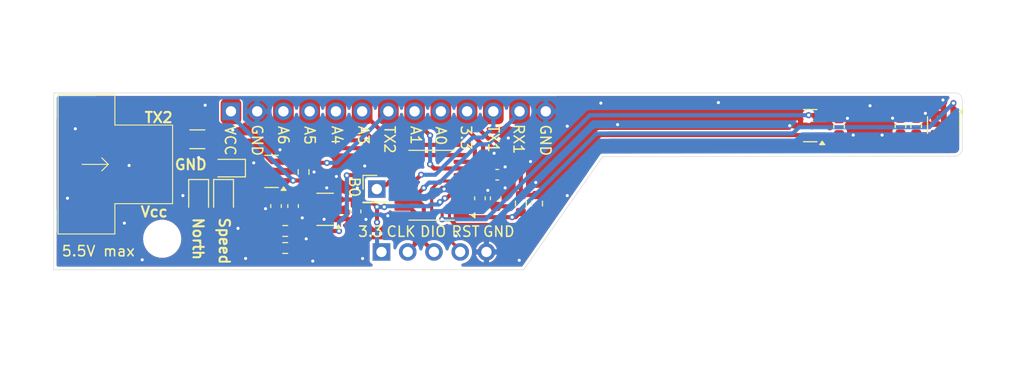
<source format=kicad_pcb>
(kicad_pcb (version 20221018) (generator pcbnew)
  (title_block (title "WindNerd Core - Sensor board for 3D printed anemometer") (date "2025-10-01") (rev "1") (comment 1 "Copyright (c) 2025 windnerd.net") (comment 2 "Licensed under CERN Open Hardware License V2 – Strongly Reciprocal (CERN-OHL-S)"))
  (layers (0 "F.Cu" signal) (31 "B.Cu" signal) (34 "B.Paste" user) (35 "F.Paste" user) (36 "B.SilkS" user "B.Silkscreen") (37 "F.SilkS" user "F.Silkscreen") (38 "B.Mask" user) (39 "F.Mask" user) (44 "Edge.Cuts" user))
  (net 0 "")
  (net 1 "GND")
  (net 2 "+3.3V")
  (net 3 "VCC")
  (net 4 "LED_1")
  (net 5 "LED_2")
  (net 6 "SCL")
  (net 7 "SDA")
  (net 8 "Net-(D4-A)")
  (net 9 "Net-(D2-A)")
  (net 10 "SPEED")
  (net 11 "Net-(J1-Pin_1)")
  (net 12 "SWCLK{slash}BOOT0")
  (net 13 "PROG_TX")
  (net 14 "PROG_RX")
  (net 15 "A0")
  (net 16 "A1")
  (net 17 "A3")
  (net 18 "A4")
  (net 19 "A5")
  (net 20 "A6")
  (net 21 "RESET")
  (net 22 "SWDIO")
  (net 23 "Net-(D3-A)")
  (net 25 "TX2")
  (net 26 "Net-(J4-Pin_1)")
  (footprint "Resistor_SMD:R_0603_1608Metric" (layer "F.Cu") (at 122.335206 99.505706 180)
    (fp_text reference "R4" hide)
    (fp_text value "10K")
    (pad "1" smd roundrect (at -0.825 0 180) (size 0.8 0.95) (layers "F.Cu" "F.Paste" "F.Mask") (net 5 "LED_2"))
    (pad "2" smd roundrect (at 0.825 0 180) (size 0.8 0.95) (layers "F.Cu" "F.Paste" "F.Mask") (net 8 "Net-(D4-A)"))
  )
  (footprint "Connector_PinHeader_2.54mm:PinHeader_1x13_P2.54mm_Vertical" (layer "F.Cu") (at 117.082906 87.908106 90)
    (fp_text reference "J2" hide)
    (fp_text value "Conn_01x13_Pin")
    (pad "1" thru_hole rect (at 0 0 90) (size 1.7 1.7) (drill 1) (layers "*.Cu" "*.Mask") (net 3 "VCC"))
    (pad "1" smd roundrect (at 0 0 90) (size 2.5 2) (layers "F.Cu" "F.Paste" "F.Mask") (net 3 "VCC"))
    (pad "2" thru_hole oval (at 0 2.54 90) (size 1.7 1.7) (drill 1) (layers "*.Cu" "*.Mask") (net 1 "GND"))
    (pad "2" smd roundrect (at 0 2.54 90) (size 2.5 2) (layers "F.Cu" "F.Paste" "F.Mask") (net 1 "GND"))
    (pad "3" thru_hole oval (at 0 5.08 90) (size 1.7 1.7) (drill 1) (layers "*.Cu" "*.Mask") (net 20 "A6"))
    (pad "3" smd roundrect (at 0 5.08 90) (size 2.5 2) (layers "F.Cu" "F.Paste" "F.Mask") (net 20 "A6"))
    (pad "4" thru_hole oval (at 0 7.62 90) (size 1.7 1.7) (drill 1) (layers "*.Cu" "*.Mask") (net 19 "A5"))
    (pad "4" smd roundrect (at 0 7.62 90) (size 2.5 2) (layers "F.Cu" "F.Paste" "F.Mask") (net 19 "A5"))
    (pad "5" thru_hole oval (at 0 10.16 90) (size 1.7 1.7) (drill 1) (layers "*.Cu" "*.Mask") (net 18 "A4"))
    (pad "5" smd roundrect (at 0 10.16 90) (size 2.5 2) (layers "F.Cu" "F.Paste" "F.Mask") (net 18 "A4"))
    (pad "6" thru_hole oval (at 0 12.7 90) (size 1.7 1.7) (drill 1) (layers "*.Cu" "*.Mask") (net 17 "A3"))
    (pad "6" smd roundrect (at 0 12.7 90) (size 2.5 2) (layers "F.Cu" "F.Paste" "F.Mask") (net 17 "A3"))
    (pad "7" thru_hole oval (at 0 15.24 90) (size 1.7 1.7) (drill 1) (layers "*.Cu" "*.Mask") (net 25 "TX2"))
    (pad "7" smd roundrect (at 0 15.24 90) (size 2.5 2) (layers "F.Cu" "F.Paste" "F.Mask") (net 25 "TX2"))
    (pad "8" thru_hole oval (at 0 17.78 90) (size 1.7 1.7) (drill 1) (layers "*.Cu" "*.Mask") (net 16 "A1"))
    (pad "8" smd roundrect (at 0 17.78 90) (size 2.5 2) (layers "F.Cu" "F.Paste" "F.Mask") (net 16 "A1"))
    (pad "9" thru_hole oval (at 0 20.32 90) (size 1.7 1.7) (drill 1) (layers "*.Cu" "*.Mask") (net 15 "A0"))
    (pad "9" smd roundrect (at 0 20.32 90) (size 2.5 2) (layers "F.Cu" "F.Paste" "F.Mask") (net 15 "A0"))
    (pad "10" thru_hole oval (at 0 22.86 90) (size 1.7 1.7) (drill 1) (layers "*.Cu" "*.Mask") (net 2 "+3.3V"))
    (pad "10" smd roundrect (at 0 22.86 90) (size 2.5 2) (layers "F.Cu" "F.Paste" "F.Mask") (net 2 "+3.3V"))
    (pad "11" thru_hole oval (at 0 25.4 90) (size 1.7 1.7) (drill 1) (layers "*.Cu" "*.Mask") (net 13 "PROG_TX"))
    (pad "11" smd roundrect (at 0 25.4 90) (size 2.5 2) (layers "F.Cu" "F.Paste" "F.Mask") (net 13 "PROG_TX"))
    (pad "12" thru_hole oval (at 0 27.94 90) (size 1.7 1.7) (drill 1) (layers "*.Cu" "*.Mask") (net 14 "PROG_RX"))
    (pad "12" smd roundrect (at 0 27.94 90) (size 2.5 2) (layers "F.Cu" "F.Paste" "F.Mask") (net 14 "PROG_RX"))
    (pad "13" thru_hole oval (at 0 30.48 90) (size 1.7 1.7) (drill 1) (layers "*.Cu" "*.Mask") (net 1 "GND"))
    (pad "13" smd roundrect (at 0 30.48 90) (size 2.5 2) (layers "F.Cu" "F.Paste" "F.Mask") (net 1 "GND"))
  )
  (footprint "Capacitor_SMD:C_0603_1608Metric" (layer "F.Cu") (at 121.446206 97.092706 90)
    (fp_text reference "C1" hide)
    (fp_text value "100nF")
    (pad "1" smd roundrect (at -0.775 0 90) (size 0.9 0.95) (layers "F.Cu" "F.Paste" "F.Mask") (net 1 "GND"))
    (pad "2" smd roundrect (at 0.775 0 90) (size 0.9 0.95) (layers "F.Cu" "F.Paste" "F.Mask") (net 3 "VCC"))
  )
  (footprint "Capacitor_SMD:C_0603_1608Metric" (layer "F.Cu") (at 181.898206 89.345706 -90)
    (fp_text reference "C7" hide)
    (fp_text value "100nF")
    (pad "1" smd roundrect (at -0.775 0 270) (size 0.9 0.95) (layers "F.Cu" "F.Paste" "F.Mask") (net 1 "GND"))
    (pad "2" smd roundrect (at 0.775 0 270) (size 0.9 0.95) (layers "F.Cu" "F.Paste" "F.Mask") (net 2 "+3.3V"))
  )
  (footprint "Connector_PinHeader_2.54mm:PinHeader_1x05_P2.54mm_Vertical" (layer "F.Cu") (at 131.657006 101.537706)
    (fp_text reference "J3" hide)
    (fp_text value "Conn_01x05_Pin")
    (pad "1" thru_hole rect (at 0 0 90) (size 1.7 1.7) (drill 1) (layers "*.Cu" "*.Mask") (net 2 "+3.3V"))
    (pad "2" thru_hole oval (at 2.54 0 90) (size 1.7 1.7) (drill 1) (layers "*.Cu" "*.Mask") (net 12 "SWCLK{slash}BOOT0"))
    (pad "3" thru_hole oval (at 5.08 0 90) (size 1.7 1.7) (drill 1) (layers "*.Cu" "*.Mask") (net 22 "SWDIO"))
    (pad "4" thru_hole oval (at 7.62 0 90) (size 1.7 1.7) (drill 1) (layers "*.Cu" "*.Mask") (net 21 "RESET"))
    (pad "5" thru_hole oval (at 10.16 0 90) (size 1.7 1.7) (drill 1) (layers "*.Cu" "*.Mask") (net 1 "GND"))
  )
  (footprint "Resistor_SMD:R_0603_1608Metric" (layer "F.Cu") (at 146.719206 96.848906 -90)
    (fp_text reference "R6" hide)
    (fp_text value "2K")
    (pad "1" smd roundrect (at -0.825 0 270) (size 0.8 0.95) (layers "F.Cu" "F.Paste" "F.Mask") (net 2 "+3.3V"))
    (pad "2" smd roundrect (at 0.825 0 270) (size 0.8 0.95) (layers "F.Cu" "F.Paste" "F.Mask") (net 7 "SDA"))
  )
  (footprint "Capacitor_SMD:C_0603_1608Metric" (layer "F.Cu") (at 142.711506 96.340906 -90)
    (fp_text reference "C4" hide)
    (fp_text value "100nF")
    (pad "1" smd roundrect (at -0.775 0 270) (size 0.9 0.95) (layers "F.Cu" "F.Paste" "F.Mask") (net 1 "GND"))
    (pad "2" smd roundrect (at 0.775 0 270) (size 0.9 0.95) (layers "F.Cu" "F.Paste" "F.Mask") (net 2 "+3.3V"))
  )
  (footprint "Capacitor_SMD:C_0603_1608Metric" (layer "F.Cu") (at 142.863906 94.054906 180)
    (fp_text reference "C9" hide)
    (fp_text value "100nF")
    (pad "1" smd roundrect (at -0.775 0 180) (size 0.9 0.95) (layers "F.Cu" "F.Paste" "F.Mask") (net 1 "GND"))
    (pad "2" smd roundrect (at 0.775 0 180) (size 0.9 0.95) (layers "F.Cu" "F.Paste" "F.Mask") (net 21 "RESET"))
  )
  (footprint "Diode_SMD:D_SOD-323" (layer "F.Cu") (at 116.874206 93.409706 180)
    (fp_text reference "D2" hide)
    (fp_text value "1N5819WS")
    (pad "1" smd roundrect (at -1.05 0 180) (size 0.6 0.45) (layers "F.Cu" "F.Paste" "F.Mask") (net 3 "VCC"))
    (pad "2" smd roundrect (at 1.05 0 180) (size 0.6 0.45) (layers "F.Cu" "F.Paste" "F.Mask") (net 9 "Net-(D2-A)"))
  )
  (footprint "Resistor_SMD:R_1206_3216Metric" (layer "F.Cu") (at 113.826206 90.615706 180)
    (fp_text reference "R1" hide)
    (fp_text value "180")
    (pad "1" smd roundrect (at -1.4625 0 180) (size 1.125 1.75) (layers "F.Cu" "F.Paste" "F.Mask") (roundrect_rratio 0.2222222222) (net 25 "TX2"))
    (pad "2" smd roundrect (at 1.4625 0 180) (size 1.125 1.75) (layers "F.Cu" "F.Paste" "F.Mask") (roundrect_rratio 0.2222222222) (net 11 "Net-(J1-Pin_1)"))
  )
  (footprint "Package_SO:TSSOP-20_4.4x6.5mm_P0.65mm" (layer "F.Cu") (at 136.513906 95.070906 180)
    (fp_text reference "U2" hide)
    (fp_text value "STM32G031F8Px")
    (pad "1" smd roundrect (at -2.8625 -2.925 180) (size 1.475 0.4) (layers "F.Cu" "F.Paste" "F.Mask") (net 6 "SCL"))
    (pad "2" smd roundrect (at -2.8625 -2.275 180) (size 1.475 0.4) (layers "F.Cu" "F.Paste" "F.Mask") (net 7 "SDA"))
    (pad "3" smd roundrect (at -2.8625 -1.625 180) (size 1.475 0.4) (layers "F.Cu" "F.Paste" "F.Mask") (net 10 "SPEED"))
    (pad "4" smd roundrect (at -2.8625 -0.975 180) (size 1.475 0.4) (layers "F.Cu" "F.Paste" "F.Mask") (net 2 "+3.3V"))
    (pad "5" smd roundrect (at -2.8625 -0.325 180) (size 1.475 0.4) (layers "F.Cu" "F.Paste" "F.Mask") (net 1 "GND"))
    (pad "6" smd roundrect (at -2.8625 0.325 180) (size 1.475 0.4) (layers "F.Cu" "F.Paste" "F.Mask") (net 21 "RESET"))
    (pad "7" smd roundrect (at -2.8625 0.975 180) (size 1.475 0.4) (layers "F.Cu" "F.Paste" "F.Mask") (net 15 "A0"))
    (pad "8" smd roundrect (at -2.8625 1.625 180) (size 1.475 0.4) (layers "F.Cu" "F.Paste" "F.Mask") (net 16 "A1"))
    (pad "9" smd roundrect (at -2.8625 2.275 180) (size 1.475 0.4) (layers "F.Cu" "F.Paste" "F.Mask") (net 25 "TX2"))
    (pad "10" smd roundrect (at -2.8625 2.925 180) (size 1.475 0.4) (layers "F.Cu" "F.Paste" "F.Mask") (net 17 "A3"))
    (pad "11" smd roundrect (at 2.8625 2.925 180) (size 1.475 0.4) (layers "F.Cu" "F.Paste" "F.Mask") (net 18 "A4"))
    (pad "12" smd roundrect (at 2.8625 2.275 180) (size 1.475 0.4) (layers "F.Cu" "F.Paste" "F.Mask") (net 19 "A5"))
    (pad "13" smd roundrect (at 2.8625 1.625 180) (size 1.475 0.4) (layers "F.Cu" "F.Paste" "F.Mask") (net 20 "A6"))
    (pad "14" smd roundrect (at 2.8625 0.975 180) (size 1.475 0.4) (layers "F.Cu" "F.Paste" "F.Mask") (net 5 "LED_2"))
    (pad "15" smd roundrect (at 2.8625 0.325 180) (size 1.475 0.4) (layers "F.Cu" "F.Paste" "F.Mask") (net 26 "Net-(J4-Pin_1)"))
    (pad "16" smd roundrect (at 2.8625 -0.325 180) (size 1.475 0.4) (layers "F.Cu" "F.Paste" "F.Mask") (net 13 "PROG_TX"))
    (pad "17" smd roundrect (at 2.8625 -0.975 180) (size 1.475 0.4) (layers "F.Cu" "F.Paste" "F.Mask") (net 14 "PROG_RX"))
    (pad "18" smd roundrect (at 2.8625 -1.625 180) (size 1.475 0.4) (layers "F.Cu" "F.Paste" "F.Mask") (net 22 "SWDIO"))
    (pad "19" smd roundrect (at 2.8625 -2.275 180) (size 1.475 0.4) (layers "F.Cu" "F.Paste" "F.Mask") (net 12 "SWCLK{slash}BOOT0"))
    (pad "20" smd roundrect (at 2.8625 -2.925 180) (size 1.475 0.4) (layers "F.Cu" "F.Paste" "F.Mask") (net 4 "LED_1"))
  )
  (footprint "LED_SMD:LED_0805_2012Metric" (layer "F.Cu") (at 116.366206 96.203706 -90)
    (fp_text reference "D4" hide)
    (fp_text value "GREEN-0805")
    (pad "1" smd roundrect (at -0.9375 0 270) (size 0.975 1.4) (layers "F.Cu" "F.Paste" "F.Mask") (net 1 "GND"))
    (pad "2" smd roundrect (at 0.9375 0 270) (size 0.975 1.4) (layers "F.Cu" "F.Paste" "F.Mask") (net 8 "Net-(D4-A)"))
  )
  (footprint "Package_TO_SOT_SMD:SOT-23-3" (layer "F.Cu") (at 126.201506 97.407706 180)
    (fp_text reference "U1" hide)
    (fp_text value "XC6206P332MR")
    (pad "1" smd roundrect (at -1.1375 -0.95 180) (size 1.325 0.6) (layers "F.Cu" "F.Paste" "F.Mask") (net 1 "GND"))
    (pad "2" smd roundrect (at -1.1375 0.95 180) (size 1.325 0.6) (layers "F.Cu" "F.Paste" "F.Mask") (net 2 "+3.3V"))
    (pad "3" smd roundrect (at 1.1375 0 180) (size 1.325 0.6) (layers "F.Cu" "F.Paste" "F.Mask") (net 3 "VCC"))
  )
  (footprint "Package_TO_SOT_SMD:SOT-23-6" (layer "F.Cu") (at 186.079006 89.244106 -90)
    (fp_text reference "U3" hide)
    (fp_text value "TMAG5273A1QDBVR")
    (pad "1" smd roundrect (at -1.1375 -0.95 270) (size 1.325 0.6) (layers "F.Cu" "F.Paste" "F.Mask") (net 6 "SCL"))
    (pad "2" smd roundrect (at -1.1375 0 270) (size 1.325 0.6) (layers "F.Cu" "F.Paste" "F.Mask") (net 1 "GND"))
    (pad "3" smd roundrect (at -1.1375 0.95 270) (size 1.325 0.6) (layers "F.Cu" "F.Paste" "F.Mask") (net 1 "GND"))
    (pad "4" smd roundrect (at 1.1375 0.95 270) (size 1.325 0.6) (layers "F.Cu" "F.Paste" "F.Mask") (net 2 "+3.3V"))
    (pad "5" smd roundrect (at 1.1375 0 270) (size 1.325 0.6) (layers "F.Cu" "F.Paste" "F.Mask"))
    (pad "6" smd roundrect (at 1.1375 -0.95 270) (size 1.325 0.6) (layers "F.Cu" "F.Paste" "F.Mask") (net 7 "SDA"))
  )
  (footprint "Package_TO_SOT_SMD:SOT-23" (layer "F.Cu") (at 173.160606 89.294906 180)
    (fp_text reference "U4" hide)
    (fp_text value "TMR1208S")
    (pad "1" smd roundrect (at -0.9375 -0.95 180) (size 1.475 0.6) (layers "F.Cu" "F.Paste" "F.Mask") (net 2 "+3.3V"))
    (pad "2" smd roundrect (at -0.9375 0.95 180) (size 1.475 0.6) (layers "F.Cu" "F.Paste" "F.Mask") (net 10 "SPEED"))
    (pad "3" smd roundrect (at 0.9375 0 180) (size 1.475 0.6) (layers "F.Cu" "F.Paste" "F.Mask") (net 1 "GND"))
  )
  (footprint "XH-connectors:ZX-XH2.54-3" (layer "F.Cu") (at 105.842206 93.047706 -90)
    (fp_text reference "J1" hide)
    (fp_text value "XH2.54-3P SMD")
    (pad "" smd roundrect (at -5.48 3.7 270) (size 1.5 3.5) (layers "F.Cu" "F.Paste" "F.Mask"))
    (pad "" smd roundrect (at 5.48 3.7 270) (size 1.5 3.5) (layers "F.Cu" "F.Paste" "F.Mask"))
    (pad "1" smd roundrect (at -2.5 -3.7 270) (size 1.5 3.5) (layers "F.Cu" "F.Paste" "F.Mask") (net 11 "Net-(J1-Pin_1)"))
    (pad "2" smd roundrect (at 0 -3.7 270) (size 1.5 3.5) (layers "F.Cu" "F.Paste" "F.Mask") (net 1 "GND"))
    (pad "3" smd roundrect (at 2.5 -3.7 270) (size 1.5 3.5) (layers "F.Cu" "F.Paste" "F.Mask") (net 9 "Net-(D2-A)"))
  )
  (footprint "Capacitor_SMD:C_0603_1608Metric" (layer "F.Cu") (at 129.147906 97.610906 -90)
    (fp_text reference "C3" hide)
    (fp_text value "4.7uF 16V")
    (pad "1" smd roundrect (at -0.775 0 270) (size 0.9 0.95) (layers "F.Cu" "F.Paste" "F.Mask") (net 2 "+3.3V"))
    (pad "2" smd roundrect (at 0.775 0 270) (size 0.9 0.95) (layers "F.Cu" "F.Paste" "F.Mask") (net 1 "GND"))
  )
  (footprint "Package_TO_SOT_SMD:SOT-23" (layer "F.Cu") (at 121.016706 93.729706 180)
    (fp_text reference "D1" hide)
    (fp_text value "SP0502BAHT")
    (pad "1" smd roundrect (at -0.9375 -0.95 180) (size 1.475 0.6) (layers "F.Cu" "F.Paste" "F.Mask") (net 3 "VCC"))
    (pad "2" smd roundrect (at -0.9375 0.95 180) (size 1.475 0.6) (layers "F.Cu" "F.Paste" "F.Mask") (net 25 "TX2"))
    (pad "3" smd roundrect (at 0.9375 0 180) (size 1.475 0.6) (layers "F.Cu" "F.Paste" "F.Mask") (net 1 "GND"))
  )
  (footprint "Capacitor_SMD:C_0603_1608Metric" (layer "F.Cu") (at 175.954606 89.396506 -90)
    (fp_text reference "C8" hide)
    (fp_text value "100nF")
    (pad "1" smd roundrect (at -0.775 0 270) (size 0.9 0.95) (layers "F.Cu" "F.Paste" "F.Mask") (net 1 "GND"))
    (pad "2" smd roundrect (at 0.775 0 270) (size 0.9 0.95) (layers "F.Cu" "F.Paste" "F.Mask") (net 2 "+3.3V"))
  )
  (footprint "LED_SMD:LED_0805_2012Metric" (layer "F.Cu") (at 113.953206 96.203706 -90)
    (fp_text reference "D3" hide)
    (fp_text value "GREEN-0805")
    (pad "1" smd roundrect (at -0.9375 0 270) (size 0.975 1.4) (layers "F.Cu" "F.Paste" "F.Mask") (net 1 "GND"))
    (pad "2" smd roundrect (at 0.9375 0 270) (size 0.975 1.4) (layers "F.Cu" "F.Paste" "F.Mask") (net 23 "Net-(D3-A)"))
  )
  (footprint "Connector_PinHeader_2.54mm:PinHeader_1x01_P2.54mm_Vertical" (layer "F.Cu") (at 131.199806 95.441706)
    (fp_text reference "J4" hide)
    (fp_text value "Conn_01x01_Pin")
    (pad "1" thru_hole rect (at 0 0) (size 1.7 1.7) (drill 1) (layers "*.Cu" "*.Mask") (net 26 "Net-(J4-Pin_1)"))
  )
  (footprint "Resistor_SMD:R_0603_1608Metric" (layer "F.Cu") (at 124.113206 93.790706 90)
    (fp_text reference "R2" hide)
    (fp_text value "10K")
    (pad "1" smd roundrect (at -0.825 0 90) (size 0.8 0.95) (layers "F.Cu" "F.Paste" "F.Mask") (net 3 "VCC"))
    (pad "2" smd roundrect (at 0.825 0 90) (size 0.8 0.95) (layers "F.Cu" "F.Paste" "F.Mask") (net 25 "TX2"))
  )
  (footprint "Resistor_SMD:R_0603_1608Metric" (layer "F.Cu") (at 122.335206 101.156706 180)
    (fp_text reference "R3" hide)
    (fp_text value "10K")
    (pad "1" smd roundrect (at -0.825 0 180) (size 0.8 0.95) (layers "F.Cu" "F.Paste" "F.Mask") (net 4 "LED_1"))
    (pad "2" smd roundrect (at 0.825 0 180) (size 0.8 0.95) (layers "F.Cu" "F.Paste" "F.Mask") (net 23 "Net-(D3-A)"))
  )
  (footprint "Resistor_SMD:R_0603_1608Metric" (layer "F.Cu") (at 145.149906 96.848906 -90)
    (fp_text reference "R5" hide)
    (fp_text value "2K")
    (pad "1" smd roundrect (at -0.825 0 270) (size 0.8 0.95) (layers "F.Cu" "F.Paste" "F.Mask") (net 2 "+3.3V"))
    (pad "2" smd roundrect (at 0.825 0 270) (size 0.8 0.95) (layers "F.Cu" "F.Paste" "F.Mask") (net 6 "SCL"))
  )
  (footprint "MountingHole:MountingHole_3.2mm_M3" (layer "F.Cu") (at 110.425206 100.261106)
    (fp_text reference "REF**" hide)
    (fp_text value "MountingHole_3.2mm_M3" hide)
    (pad "" np_thru_hole circle (at 0 0) (size 3.2 3.2) (drill 3.2) (layers "F&B.Cu" "*.Mask"))
  )
  (footprint "Capacitor_SMD:C_0603_1608Metric" (layer "F.Cu") (at 183.422206 89.345706 90)
    (fp_text reference "C6" hide)
    (fp_text value "1uF")
    (pad "1" smd roundrect (at -0.775 0 90) (size 0.9 0.95) (layers "F.Cu" "F.Paste" "F.Mask") (net 2 "+3.3V"))
    (pad "2" smd roundrect (at 0.775 0 90) (size 0.9 0.95) (layers "F.Cu" "F.Paste" "F.Mask") (net 1 "GND"))
  )
  (footprint "Capacitor_SMD:C_0603_1608Metric" (layer "F.Cu") (at 141.187506 96.340906 90)
    (fp_text reference "C5" hide)
    (fp_text value "4.7uF 16V")
    (pad "1" smd roundrect (at -0.775 0 90) (size 0.9 0.95) (layers "F.Cu" "F.Paste" "F.Mask") (net 2 "+3.3V"))
    (pad "2" smd roundrect (at 0.775 0 90) (size 0.9 0.95) (layers "F.Cu" "F.Paste" "F.Mask") (net 1 "GND"))
  )
  (footprint "Capacitor_SMD:C_0603_1608Metric" (layer "F.Cu") (at 123.097206 97.092706 -90)
    (fp_text reference "C2" hide)
    (fp_text value "4.7uF 16V")
    (pad "1" smd roundrect (at -0.775 0 270) (size 0.9 0.95) (layers "F.Cu" "F.Paste" "F.Mask") (net 3 "VCC"))
    (pad "2" smd roundrect (at 0.775 0 270) (size 0.9 0.95) (layers "F.Cu" "F.Paste" "F.Mask") (net 1 "GND"))
  )
  (gr_arc (start 187.889207 91.558506) (mid 187.634182 92.074192) (end 187.089207 92.258506) (stroke (width 0.05)) (layer "Edge.Cuts"))
  (gr_line (start 145.425206 103.261106) (end 153.061206 92.302906) (stroke (width 0.05)) (layer "Edge.Cuts"))
  (gr_line (start 99.925206 86.123506) (end 187.089207 86.123506) (stroke (width 0.05)) (layer "Edge.Cuts"))
  (gr_line (start 99.925206 86.123506) (end 99.925206 97.761106) (stroke (width 0.05)) (layer "Edge.Cuts"))
  (gr_line (start 187.089207 92.258506) (end 153.061206 92.302906) (stroke (width 0.05)) (layer "Edge.Cuts"))
  (gr_arc (start 187.089207 86.123506) (mid 187.620719 86.275321) (end 187.889207 86.758506) (stroke (width 0.05)) (layer "Edge.Cuts"))
  (gr_line (start 187.889207 86.758506) (end 187.889207 91.558506) (stroke (width 0.05)) (layer "Edge.Cuts"))
  (gr_line (start 99.907006 103.261106) (end 145.425206 103.261106) (stroke (width 0.05)) (layer "Edge.Cuts"))
  (gr_line (start 99.925206 97.761106) (end 99.907006 103.261106) (stroke (width 0.05)) (layer "Edge.Cuts"))
  (gr_text "5.5V max" (at 100.618206 102.045706) (layer "F.SilkS") (effects (font (size 1 1)) (justify left bottom)))
  (gr_text "TX2" (at 131.860206 89.218706 270) (layer "F.SilkS") (effects (font (size 1 1)) (justify left bottom)))
  (gr_text "B0" (at 128.456606 94.171706 270) (layer "F.SilkS") (effects (font (size 1 1)) (justify left bottom)))
  (gr_text "A0" (at 136.813206 89.279706 270) (layer "F.SilkS") (effects (font (size 1 1)) (justify left bottom)))
  (gr_text "North" (at 113.318206 98.108706 270) (layer "F.SilkS") (effects (font (size 1 1) (thickness 0.2) bold) (justify left bottom)))
  (gr_text "A6" (at 121.573206 89.228906 270) (layer "F.SilkS") (effects (font (size 1 1)) (justify left bottom)))
  (gr_text "TX2" (at 108.619206 89.091706) (layer "F.SilkS") (effects (font (size 1 1) (thickness 0.2) bold) (justify left bottom)))
  (gr_text "3.3" (at 139.257106 89.178106 270) (layer "F.SilkS") (effects (font (size 1 1)) (justify left bottom)))
  (gr_text "GND" (at 111.540206 93.663706) (layer "F.SilkS") (effects (font (size 1 1) (thickness 0.2) bold) (justify left bottom)))
  (gr_text "A4" (at 126.760306 89.218706 270) (layer "F.SilkS") (effects (font (size 1 1)) (justify left bottom)))
  (gr_text "3.3" (at 129.300306 100.150906) (layer "F.SilkS") (effects (font (size 1 1)) (justify left bottom)))
  (gr_text "RST" (at 138.342706 100.150906) (layer "F.SilkS") (effects (font (size 1 1)) (justify left bottom)))
  (gr_text "VCC" (at 116.417906 89.238106 270) (layer "F.SilkS") (effects (font (size 1 1)) (justify left bottom)))
  (gr_text "GND" (at 141.390706 100.150906) (layer "F.SilkS") (effects (font (size 1 1)) (justify left bottom)))
  (gr_text "GND" (at 146.947806 89.091706 270) (layer "F.SilkS") (effects (font (size 1 1)) (justify left bottom)))
  (gr_text "CLK" (at 132.043506 100.150906) (layer "F.SilkS") (effects (font (size 1 1)) (justify left bottom)))
  (gr_text "TX1" (at 141.918606 89.142506 270) (layer "F.SilkS") (effects (font (size 1 1)) (justify left bottom)))
  (gr_text "A1" (at 134.400206 89.228906 270) (layer "F.SilkS") (effects (font (size 1 1)) (justify left bottom)))
  (gr_text "A5" (at 124.118706 89.244106 270) (layer "F.SilkS") (effects (font (size 1 1)) (justify left bottom)))
  (gr_text "Speed" (at 115.858206 98.108706 270) (layer "F.SilkS") (effects (font (size 1 1) (thickness 0.2) bold) (justify left bottom)))
  (gr_text "DIO" (at 135.294706 100.150906) (layer "F.SilkS") (effects (font (size 1 1)) (justify left bottom)))
  (gr_text "A3" (at 129.320206 89.218706 270) (layer "F.SilkS") (effects (font (size 1 1)) (justify left bottom)))
  (gr_text "Vcc" (at 108.238206 98.235706) (layer "F.SilkS") (effects (font (size 1 1) (thickness 0.2) bold) (justify left bottom)))
  (gr_text "RX1" (at 144.357006 89.040906 270) (layer "F.SilkS") (effects (font (size 1 1)) (justify left bottom)))
  (gr_text "GND" (at 119.033206 89.091706 270) (layer "F.SilkS") (effects (font (size 1 1)) (justify left bottom)))
  (segment (start 120.430206 97.346706) (end 120.475656 97.346706) (width 0.5) (layer "F.Cu") (net 1))
  (segment (start 119.622906 87.908106) (end 119.622906 89.158106) (width 0.4) (layer "F.Cu") (net 1))
  (segment (start 184.362006 88.101106) (end 184.352489 88.110623) (width 0.3) (layer "F.Cu") (net 1))
  (segment (start 184.352489 88.110623) (end 185.139206 88.110623) (width 0.3) (layer "F.Cu") (net 1))
  (segment (start 109.542206 93.047706) (end 112.283206 93.047706) (width 0.4) (layer "F.Cu") (net 1))
  (segment (start 112.283206 93.047706) (end 112.937206 92.393706) (width 0.4) (layer "F.Cu") (net 1))
  (segment (start 176.754406 88.570706) (end 176.005406 88.570706) (width 0.4) (layer "F.Cu") (net 1))
  (segment (start 112.937206 92.393706) (end 113.953206 92.393706) (width 0.4) (layer "F.Cu") (net 1))
  (segment (start 143.384906 95.565906) (end 143.638906 95.311906) (width 0.4) (layer "F.Cu") (net 1))
  (segment (start 184.311206 88.101106) (end 184.362006 88.101106) (width 0.3) (layer "F.Cu") (net 1))
  (segment (start 172.223106 89.294906) (end 171.179406 89.294906) (width 0.4) (layer "F.Cu") (net 1))
  (segment (start 130.163906 98.372906) (end 130.150906 98.385906) (width 0.4) (layer "F.Cu") (net 1))
  (segment (start 119.287206 92.901706) (end 119.287206 92.937706) (width 0.4) (layer "F.Cu") (net 1))
  (segment (start 123.602406 98.372906) (end 123.849006 98.372906) (width 0.4) (layer "F.Cu") (net 1))
  (segment (start 143.638906 93.305906) (end 143.625906 93.292906) (width 0.4) (layer "F.Cu") (net 1))
  (segment (start 126.099906 98.372906) (end 127.323806 98.372906) (width 0.4) (layer "F.Cu") (net 1))
  (segment (start 119.622906 89.158106) (end 119.054306 89.726706) (width 0.4) (layer "F.Cu") (net 1))
  (segment (start 139.376406 95.395906) (end 140.915906 95.395906) (width 0.4) (layer "F.Cu") (net 1))
  (segment (start 185.139206 88.110623) (end 186.089207 88.110623) (width 0.3) (layer "F.Cu") (net 1))
  (segment (start 122.934506 97.867706) (end 123.153506 97.648706) (width 0.5) (layer "F.Cu") (net 1))
  (segment (start 123.849006 98.372906) (end 123.986206 98.235706) (width 0.4) (layer "F.Cu") (net 1))
  (segment (start 118.395156 95.266206) (end 120.430206 97.301256) (width 0.5) (layer "F.Cu") (net 1))
  (segment (start 129.147906 98.385906) (end 130.150906 98.385906) (width 0.4) (layer "F.Cu") (net 1))
  (segment (start 120.430206 97.301256) (end 120.430206 97.346706) (width 0.5) (layer "F.Cu") (net 1))
  (segment (start 123.986206 98.235706) (end 124.123406 98.372906) (width 0.4) (layer "F.Cu") (net 1))
  (segment (start 184.311206 88.151906) (end 184.311206 88.101106) (width 0.3) (layer "F.Cu") (net 1))
  (segment (start 176.005406 88.570706) (end 175.954606 88.621506) (width 0.4) (layer "F.Cu") (net 1))
  (segment (start 140.915906 95.395906) (end 141.085906 95.565906) (width 0.4) (layer "F.Cu") (net 1))
  (segment (start 120.475656 97.346706) (end 120.996656 97.867706) (width 0.5) (layer "F.Cu") (net 1))
  (segment (start 123.097206 97.867706) (end 123.602406 98.372906) (width 0.4) (layer "F.Cu") (net 1))
  (segment (start 176.780406 88.570706) (end 176.767406 88.583706) (width 0.4) (layer "F.Cu") (net 1))
  (segment (start 176.767406 88.583706) (end 176.754406 88.570706) (width 0.4) (layer "F.Cu") (net 1))
  (segment (start 181.136206 88.570706) (end 176.780406 88.570706) (width 0.4) (layer "F.Cu") (net 1))
  (segment (start 127.323806 98.372906) (end 127.339006 98.357706) (width 0.4) (layer "F.Cu") (net 1))
  (segment (start 141.085906 95.565906) (end 142.609906 95.565906) (width 0.4) (layer "F.Cu") (net 1))
  (segment (start 143.638906 94.054906) (end 143.638906 93.305906) (width 0.4) (layer "F.Cu") (net 1))
  (segment (start 137.719494 95.444959) (end 137.768547 95.395906) (width 0.4) (layer "F.Cu") (net 1))
  (segment (start 183.422206 88.570706) (end 183.841606 88.570706) (width 0.4) (layer "F.Cu") (net 1))
  (segment (start 129.119706 98.357706) (end 129.147906 98.385906) (width 0.4) (layer "F.Cu") (net 1))
  (segment (start 113.953206 92.393706) (end 118.779206 92.393706) (width 0.4) (layer "F.Cu") (net 1))
  (segment (start 137.719494 95.444959) (end 137.663853 95.444959) (width 0.4) (layer "F.Cu") (net 1))
  (segment (start 119.054306 89.726706) (end 117.255206 89.726706) (width 0.4) (layer "F.Cu") (net 1))
  (segment (start 142.609906 95.565906) (end 143.384906 95.565906) (width 0.4) (layer "F.Cu") (net 1))
  (segment (start 119.287206 92.937706) (end 120.079206 93.729706) (width 0.4) (layer "F.Cu") (net 1))
  (segment (start 113.953206 95.266206) (end 118.395156 95.266206) (width 0.5) (layer "F.Cu") (net 1))
  (segment (start 181.136206 88.570706) (end 181.898206 88.570706) (width 0.4) (layer "F.Cu") (net 1))
  (segment (start 137.768547 95.395906) (end 139.376406 95.395906) (width 0.4) (layer "F.Cu") (net 1))
  (segment (start 143.638906 95.311906) (end 143.638906 94.054906) (width 0.4) (layer "F.Cu") (net 1))
  (segment (start 183.422206 88.570706) (end 181.898206 88.570706) (width 0.4) (layer "F.Cu") (net 1))
  (segment (start 183.841606 88.570706) (end 184.311206 88.101106) (width 0.4) (layer "F.Cu") (net 1))
  (segment (start 118.779206 92.393706) (end 119.287206 92.901706) (width 0.4) (layer "F.Cu") (net 1))
  (segment (start 121.446206 97.867706) (end 123.097206 97.867706) (width 0.4) (layer "F.Cu") (net 1))
  (segment (start 127.367206 98.385906) (end 127.339006 98.357706) (width 0.4) (layer "F.Cu") (net 1))
  (segment (start 124.123406 98.372906) (end 126.099906 98.372906) (width 0.4) (layer "F.Cu") (net 1))
  (segment (start 127.339006 98.357706) (end 129.119706 98.357706) (width 0.4) (layer "F.Cu") (net 1))
  (via (at 126.353906 95.324906) (size 0.6) (drill 0.3) (layers "F.Cu" "B.Cu") (net 1))
  (via (at 119.287206 92.901706) (size 0.6) (drill 0.3) (layers "F.Cu" "B.Cu") (net 1))
  (via (at 121.827206 91.631706) (size 0.6) (drill 0.3) (layers "F.Cu" "B.Cu") (net 1))
  (via (at 117.255206 89.726706) (size 0.6) (drill 0.3) (layers "F.Cu" "B.Cu") (net 1))
  (via (at 126.099906 98.372906) (size 0.6) (drill 0.3) (layers "F.Cu" "B.Cu") (net 1))
  (via (at 164.270606 87.059706) (size 0.6) (drill 0.3) (layers "F.Cu" "B.Cu") (net 1))
  (via (at 125.129206 93.790706) (size 0.6) (drill 0.3) (layers "F.Cu" "B.Cu") (net 1))
  (via (at 107.222206 93.155706) (size 0.6) (drill 0.3) (layers "F.Cu" "B.Cu") (net 1))
  (via (at 130.150906 98.385906) (size 0.6) (drill 0.3) (layers "F.Cu" "B.Cu") (net 1))
  (via (at 143.930706 90.498906) (size 0.6) (drill 0.3) (layers "F.Cu" "B.Cu") (net 1))
  (via (at 129.320206 95.340106) (size 0.6) (drill 0.3) (layers "F.Cu" "B.Cu") (net 1))
  (via (at 144.992006 102.350506) (size 0.6) (drill 0.3) (layers "F.Cu" "B.Cu") (net 1))
  (via (at 125.002206 102.426706) (size 0.6) (drill 0.3) (layers "F.Cu" "B.Cu") (net 1))
  (via (at 181.136206 88.570706) (size 0.6) (drill 0.3) (layers "F.Cu" "B.Cu") (net 1))
  (via (at 120.430206 97.346706) (size 0.6) (drill 0.3) (layers "F.Cu" "B.Cu") (net 1))
  (via (at 149.640206 89.345706) (size 0.6) (drill 0.3) (layers "F.Cu" "B.Cu") (net 1))
  (via (at 132.266606 98.032506) (size 0.6) (drill 0.3) (layers "F.Cu" "B.Cu") (net 1))
  (via (at 118.500206 102.172706) (size 0.6) (drill 0.3) (layers "F.Cu" "B.Cu") (net 1))
  (via (at 171.179406 89.294906) (size 0.6) (drill 0.3) (layers "F.Cu" "B.Cu") (net 1))
  (via (at 142.559106 91.972106) (size 0.6) (drill 0.3) (layers "F.Cu" "B.Cu") (net 1))
  (via (at 130.031406 93.206506) (size 0.6) (drill 0.3) (layers "F.Cu" "B.Cu") (net 1))
  (via (at 143.625906 93.292906) (size 0.6) (drill 0.3) (layers "F.Cu" "B.Cu") (net 1))
  (via (at 146.084206 92.774706) (size 0.6) (drill 0.3) (layers "F.Cu" "B.Cu") (net 1))
  (via (at 101.253206 96.330706) (size 0.6) (drill 0.3) (layers "F.Cu" "B.Cu") (net 1))
  (via (at 154.517006 89.193306) (size 0.6) (drill 0.3) (layers "F.Cu" "B.Cu") (net 1))
  (via (at 178.951806 87.364506) (size 0.6) (drill 0.3) (layers "F.Cu" "B.Cu") (net 1))
  (via (at 117.763206 99.251706) (size 0.6) (drill 0.3) (layers "F.Cu" "B.Cu") (net 1))
  (via (at 143.625906 95.324906) (size 0.6) (drill 0.3) (layers "F.Cu" "B.Cu") (net 1))
  (via (at 149.640206 96.076706) (size 0.6) (drill 0.3) (layers "F.Cu" "B.Cu") (net 1))
  (via (at 186.013006 86.805706) (size 0.6) (drill 0.3) (layers "F.Cu" "B.Cu") (net 1))
  (via (at 123.986206 98.235706) (size 0.6) (drill 0.3) (layers "F.Cu" "B.Cu") (net 1))
  (via (at 141.949506 95.565906) (size 0.6) (drill 0.3) (layers "F.Cu" "B.Cu") (net 1))
  (via (at 106.765006 98.743706) (size 0.6) (drill 0.3) (layers "F.Cu" "B.Cu") (net 1))
  (via (at 138.867931 99.990981) (size 0.6) (drill 0.3) (layers "F.Cu" "B.Cu") (net 1))
  (via (at 180.120206 90.209306) (size 0.6) (drill 0.3) (layers "F.Cu" "B.Cu") (net 1))
  (via (at 108.492206 102.299706) (size 0.6) (drill 0.3) (layers "F.Cu" "B.Cu") (net 1))
  (via (at 124.367206 100.267706) (size 0.6) (drill 0.3) (layers "F.Cu" "B.Cu") (net 1))
  (via (at 113.953206 92.393706) (size 0.6) (drill 0.3) (layers "F.Cu" "B.Cu") (net 1))
  (via (at 152.891406 87.110506) (size 0.6) (drill 0.3) (layers "F.Cu" "B.Cu") (net 1))
  (via (at 176.767406 88.583706) (size 0.6) (drill 0.3) (layers "F.Cu" "B.Cu") (net 1))
  (via (at 102.015206 89.599706) (size 0.6) (drill 0.3) (layers "F.Cu" "B.Cu") (net 1))
  (via (at 127.288206 94.222506) (size 0.6) (drill 0.3) (layers "F.Cu" "B.Cu") (net 1))
  (via (at 129.828206 102.172706) (size 0.6) (drill 0.3) (layers "F.Cu" "B.Cu") (net 1))
  (via (at 137.719494 95.444959) (size 0.6) (drill 0.3) (layers "F.Cu" "B.Cu") (net 1))
  (via (at 177.326206 90.209306) (size 0.6) (drill 0.3) (layers "F.Cu" "B.Cu") (net 1))
  (via (at 112.429206 96.076706) (size 0.6) (drill 0.3) (layers "F.Cu" "B.Cu") (net 1))
  (via (at 146.592206 94.806706) (size 0.6) (drill 0.3) (layers "F.Cu" "B.Cu") (net 1))
  (via (at 114.588206 87.313706) (size 0.6) (drill 0.3) (layers "F.Cu" "B.Cu") (net 1))
  (via (at 184.311206 88.101106) (size 0.6) (drill 0.3) (layers "F.Cu" "B.Cu") (net 1))
  (segment (start 130.605906 97.930906) (end 130.899345 97.930906) (width 0.4) (layer "B.Cu") (net 1))
  (segment (start 132.266606 98.032506) (end 132.235756 97.928313) (width 0.4) (layer "B.Cu") (net 1))
  (segment (start 138.570906 97.585906) (end 140.590906 95.565906) (width 0.4) (layer "B.Cu") (net 1))
  (segment (start 131.718627 98.032506) (end 132.266606 98.032506) (width 0.4) (layer "B.Cu") (net 1))
  (segment (start 132.248363 97.915706) (end 136.336106 97.915706) (width 0.4) (layer "B.Cu") (net 1))
  (segment (start 143.625906 93.292906) (end 147.562906 89.355906) (width 0.4) (layer "B.Cu") (net 1))
  (segment (start 140.590906 95.565906) (end 141.949506 95.565906) (width 0.4) (layer "B.Cu") (net 1))
  (segment (start 136.336106 97.915706) (end 136.665906 97.585906) (width 0.4) (layer "B.Cu") (net 1))
  (segment (start 141.949506 95.565906) (end 143.384906 95.565906) (width 0.4) (layer "B.Cu") (net 1))
  (segment (start 136.665906 97.585906) (end 138.570906 97.585906) (width 0.4) (layer "B.Cu") (net 1))
  (segment (start 143.384906 95.565906) (end 143.625906 95.324906) (width 0.4) (layer "B.Cu") (net 1))
  (segment (start 143.625906 95.324906) (end 143.625906 93.292906) (width 0.4) (layer "B.Cu") (net 1))
  (segment (start 130.150906 98.385906) (end 130.605906 97.930906) (width 0.4) (layer "B.Cu") (net 1))
  (segment (start 130.914545 97.915706) (end 131.601827 97.915706) (width 0.4) (layer "B.Cu") (net 1))
  (segment (start 130.899345 97.930906) (end 130.914545 97.915706) (width 0.4) (layer "B.Cu") (net 1))
  (segment (start 131.601827 97.915706) (end 131.718627 98.032506) (width 0.4) (layer "B.Cu") (net 1))
  (segment (start 147.562906 89.355906) (end 147.562906 88.060506) (width 0.4) (layer "B.Cu") (net 1))
  (segment (start 132.235756 97.928313) (end 132.248363 97.915706) (width 0.4) (layer "B.Cu") (net 1))
  (segment (start 142.020206 90.564906) (end 142.528206 90.564906) (width 0.4) (layer "F.Cu") (net 2))
  (segment (start 141.085906 97.115906) (end 142.609906 97.115906) (width 0.4) (layer "F.Cu") (net 2))
  (segment (start 141.085906 97.115906) (end 141.085906 96.958028) (width 0.3) (layer "F.Cu") (net 2))
  (segment (start 128.769706 96.457706) (end 129.147906 96.835906) (width 0.4) (layer "F.Cu") (net 2))
  (segment (start 138.252682 96.045906) (end 139.376406 96.045906) (width 0.4) (layer "F.Cu") (net 2))
  (segment (start 145.160106 96.013706) (end 145.149906 96.023906) (width 0.4) (layer "F.Cu") (net 2))
  (segment (start 175.881206 90.244906) (end 175.954606 90.171506) (width 0.4) (layer "F.Cu") (net 2))
  (segment (start 127.339006 96.457706) (end 128.769706 96.457706) (width 0.4) (layer "F.Cu") (net 2))
  (segment (start 142.609906 97.115906) (end 144.057906 97.115906) (width 0.4) (layer "F.Cu") (net 2))
  (segment (start 147.036206 96.013706) (end 152.840606 90.209306) (width 0.4) (layer "F.Cu") (net 2))
  (segment (start 140.173784 96.045906) (end 139.376406 96.045906) (width 0.3) (layer "F.Cu") (net 2))
  (segment (start 139.942906 88.487606) (end 142.020206 90.564906) (width 0.4) (layer "F.Cu") (net 2))
  (segment (start 144.057906 97.115906) (end 145.149906 96.023906) (width 0.4) (layer "F.Cu") (net 2))
  (segment (start 174.062506 90.209306) (end 174.098106 90.244906) (width 0.4) (layer "F.Cu") (net 2))
  (segment (start 145.149906 93.186606) (end 145.149906 96.023906) (width 0.4) (layer "F.Cu") (net 2))
  (segment (start 152.840606 90.209306) (end 174.062506 90.209306) (width 0.4) (layer "F.Cu") (net 2))
  (segment (start 141.085906 96.958028) (end 140.173784 96.045906) (width 0.3) (layer "F.Cu") (net 2))
  (segment (start 137.321206 96.711706) (end 137.413106 96.711706) (width 0.4) (layer "F.Cu") (net 2))
  (segment (start 137.957682 96.340906) (end 138.252682 96.045906) (width 0.4) (layer "F.Cu") (net 2))
  (segment (start 146.719206 96.013706) (end 145.160106 96.013706) (width 0.4) (layer "F.Cu") (net 2))
  (segment (start 175.954606 90.171506) (end 176.754406 90.971306) (width 0.4) (layer "F.Cu") (net 2))
  (segment (start 137.783906 96.340906) (end 137.957682 96.340906) (width 0.4) (layer "F.Cu") (net 2))
  (segment (start 183.422206 90.120706) (end 184.868106 90.120706) (width 0.4) (layer "F.Cu") (net 2))
  (segment (start 131.237813 97.178313) (end 131.225206 97.165706) (width 0.4) (layer "F.Cu") (net 2))
  (segment (start 174.098106 90.244906) (end 175.881206 90.244906) (width 0.4) (layer "F.Cu") (net 2))
  (segment (start 184.868106 90.120706) (end 185.129006 90.381606) (width 0.4) (layer "F.Cu") (net 2))
  (segment (start 131.925095 97.178313) (end 131.237813 97.178313) (width 0.4) (layer "F.Cu") (net 2))
  (segment (start 181.047606 90.971306) (end 181.898206 90.120706) (width 0.4) (layer "F.Cu") (net 2))
  (segment (start 139.942906 87.908106) (end 139.942906 88.487606) (width 0.4) (layer "F.Cu") (net 2))
  (segment (start 130.895406 96.835906) (end 129.147906 96.835906) (width 0.4) (layer "F.Cu") (net 2))
  (segment (start 131.225206 97.165706) (end 130.895406 96.835906) (width 0.4) (layer "F.Cu") (net 2))
  (segment (start 146.719206 96.013706) (end 147.036206 96.013706) (width 0.4) (layer "F.Cu") (net 2))
  (segment (start 176.754406 90.971306) (end 181.047606 90.971306) (width 0.4) (layer "F.Cu") (net 2))
  (segment (start 131.225206 98.665706) (end 131.225206 97.165706) (width 0.4) (layer "F.Cu") (net 2))
  (segment (start 181.898206 90.120706) (end 183.422206 90.120706) (width 0.4) (layer "F.Cu") (net 2))
  (segment (start 142.528206 90.564906) (end 145.149906 93.186606) (width 0.4) (layer "F.Cu") (net 2))
  (segment (start 137.413106 96.711706) (end 137.783906 96.340906) (width 0.4) (layer "F.Cu") (net 2))
  (via (at 137.783906 96.340906) (size 0.6) (drill 0.3) (layers "F.Cu" "B.Cu") (net 2))
  (via (at 137.321206 96.711706) (size 0.6) (drill 0.3) (layers "F.Cu" "B.Cu") (net 2))
  (via (at 131.225206 98.665706) (size 0.6) (drill 0.3) (layers "F.Cu" "B.Cu") (net 2))
  (via (at 131.225206 97.165706) (size 0.6) (drill 0.3) (layers "F.Cu" "B.Cu") (net 2))
  (via (at 131.925095 97.178313) (size 0.6) (drill 0.3) (layers "F.Cu" "B.Cu") (net 2))
  (segment (start 131.225206 98.665706) (end 131.225206 101.110606) (width 0.4) (layer "B.Cu") (net 2))
  (segment (start 131.925095 97.178313) (end 132.000502 97.102906) (width 0.4) (layer "B.Cu") (net 2))
  (segment (start 131.925095 97.178313) (end 131.237813 97.178313) (width 0.4) (layer "B.Cu") (net 2))
  (segment (start 131.237813 97.178313) (end 131.225206 97.165706) (width 0.4) (layer "B.Cu") (net 2))
  (segment (start 131.225206 101.110606) (end 131.637106 101.522506) (width 0.4) (layer "B.Cu") (net 2))
  (segment (start 136.229667 97.102906) (end 136.396667 96.935906) (width 0.4) (layer "B.Cu") (net 2))
  (segment (start 137.321206 96.838706) (end 137.321206 96.711706) (width 0.4) (layer "B.Cu") (net 2))
  (segment (start 132.000502 97.102906) (end 136.229667 97.102906) (width 0.4) (layer "B.Cu") (net 2))
  (segment (start 136.396667 96.935906) (end 137.224006 96.935906) (width 0.4) (layer "B.Cu") (net 2))
  (segment (start 137.224006 96.935906) (end 137.321206 96.838706) (width 0.4) (layer "B.Cu") (net 2))
  (segment (start 137.783906 96.340906) (end 137.413106 96.711706) (width 0.4) (layer "B.Cu") (net 2))
  (segment (start 137.413106 96.711706) (end 137.321206 96.711706) (width 0.4) (layer "B.Cu") (net 2))
  (segment (start 117.924206 93.409706) (end 119.194206 94.679706) (width 0.4) (layer "F.Cu") (net 3))
  (segment (start 124.113206 94.615706) (end 122.018206 94.615706) (width 0.4) (layer "F.Cu") (net 3))
  (segment (start 121.446206 96.317706) (end 121.446206 95.187706) (width 0.4) (layer "F.Cu") (net 3))
  (segment (start 122.018206 94.615706) (end 121.954206 94.679706) (width 0.4) (layer "F.Cu") (net 3))
  (segment (start 123.974006 96.317706) (end 125.064006 97.407706) (width 0.4) (layer "F.Cu") (net 3))
  (segment (start 119.194206 94.679706) (end 121.954206 94.679706) (width 0.4) (layer "F.Cu") (net 3))
  (segment (start 121.446206 96.317706) (end 123.974006 96.317706) (width 0.4) (layer "F.Cu") (net 3))
  (segment (start 121.446206 95.187706) (end 121.954206 94.679706) (width 0.4) (layer "F.Cu") (net 3))
  (via (at 123.097206 94.615706) (size 0.6) (drill 0.3) (layers "F.Cu" "B.Cu") (net 3))
  (segment (start 123.097206 94.615706) (end 120.791306 92.309806) (width 0.4) (layer "B.Cu") (net 3))
  (segment (start 120.791306 91.992806) (end 117.082906 88.284406) (width 0.4) (layer "B.Cu") (net 3))
  (segment (start 117.082906 88.284406) (end 117.082906 88.060506) (width 0.4) (layer "B.Cu") (net 3))
  (segment (start 120.791306 92.309806) (end 120.791306 91.992806) (width 0.4) (layer "B.Cu") (net 3))
  (segment (start 133.651406 97.995906) (end 133.651406 98.476506) (width 0.4) (layer "F.Cu") (net 4))
  (segment (start 130.107606 100.115306) (end 129.066206 101.156706) (width 0.4) (layer "F.Cu") (net 4))
  (segment (start 133.651406 98.476506) (end 132.012606 100.115306) (width 0.4) (layer "F.Cu") (net 4))
  (segment (start 129.066206 101.156706) (end 123.160206 101.156706) (width 0.4) (layer "F.Cu") (net 4))
  (segment (start 132.012606 100.115306) (end 130.107606 100.115306) (width 0.4) (layer "F.Cu") (net 4))
  (segment (start 128.304206 94.120906) (end 128.329206 94.095906) (width 0.4) (layer "F.Cu") (net 5))
  (segment (start 128.329206 94.095906) (end 133.651406 94.095906) (width 0.4) (layer "F.Cu") (net 5))
  (segment (start 127.542206 99.505706) (end 123.160206 99.505706) (width 0.4) (layer "F.Cu") (net 5))
  (via (at 128.304206 94.120906) (size 0.6) (drill 0.3) (layers "F.Cu" "B.Cu") (net 5))
  (via (at 127.542206 99.505706) (size 0.6) (drill 0.3) (layers "F.Cu" "B.Cu") (net 5))
  (segment (start 128.304206 97.901945) (end 127.542206 98.663945) (width 0.4) (layer "B.Cu") (net 5))
  (segment (start 127.542206 98.663945) (end 127.542206 99.505706) (width 0.4) (layer "B.Cu") (net 5))
  (segment (start 128.304206 94.120906) (end 128.304206 97.901945) (width 0.4) (layer "B.Cu") (net 5))
  (segment (start 139.376406 97.995906) (end 139.550206 98.169706) (width 0.4) (layer "F.Cu") (net 6))
  (segment (start 139.550206 98.169706) (end 144.654106 98.169706) (width 0.4) (layer "F.Cu") (net 6))
  (segment (start 144.654106 98.169706) (end 145.149906 97.673906) (width 0.4) (layer "F.Cu") (net 6))
  (segment (start 187.029006 87.110506) (end 187.064607 87.146107) (width 0.3) (layer "F.Cu") (net 6))
  (segment (start 187.064607 87.146107) (end 187.064607 88.138024) (width 0.3) (layer "F.Cu") (net 6))
  (via (at 187.029006 87.110506) (size 0.6) (drill 0.3) (layers "F.Cu" "B.Cu") (net 6))
  (via (at 144.306206 98.169706) (size 0.6) (drill 0.3) (layers "F.Cu" "B.Cu") (net 6))
  (segment (start 184.692206 89.447306) (end 187.029006 87.110506) (width 0.4) (layer "B.Cu") (net 6))
  (segment (start 144.372206 98.169706) (end 152.485006 90.056906) (width 0.4) (layer "B.Cu") (net 6))
  (segment (start 171.490067 90.044906) (end 172.087667 89.447306) (width 0.4) (layer "B.Cu") (net 6))
  (segment (start 172.087667 89.447306) (end 184.692206 89.447306) (width 0.4) (layer "B.Cu") (net 6))
  (segment (start 144.306206 98.169706) (end 144.372206 98.169706) (width 0.4) (layer "B.Cu") (net 6))
  (segment (start 153.602606 90.056906) (end 153.614606 90.044906) (width 0.4) (layer "B.Cu") (net 6))
  (segment (start 153.614606 90.044906) (end 171.490067 90.044906) (width 0.4) (layer "B.Cu") (net 6))
  (segment (start 152.485006 90.056906) (end 153.602606 90.056906) (width 0.4) (layer "B.Cu") (net 6))
  (segment (start 138.238906 97.686028) (end 138.238906 98.305784) (width 0.3) (layer "F.Cu") (net 7))
  (segment (start 138.579028 97.345906) (end 138.238906 97.686028) (width 0.3) (layer "F.Cu") (net 7))
  (segment (start 138.854628 98.921506) (end 145.461406 98.921506) (width 0.4) (layer "F.Cu") (net 7))
  (segment (start 139.376406 97.345906) (end 138.579028 97.345906) (width 0.3) (layer "F.Cu") (net 7))
  (segment (start 138.560028 98.626906) (end 138.854628 98.921506) (width 0.4) (layer "F.Cu") (net 7))
  (segment (start 186.648006 91.758706) (end 187.029006 91.377706) (width 0.4) (layer "F.Cu") (net 7))
  (segment (start 145.461406 98.921506) (end 152.624206 91.758706) (width 0.4) (layer "F.Cu") (net 7))
  (segment (start 187.029006 91.377706) (end 187.029006 90.381606) (width 0.4) (layer "F.Cu") (net 7))
  (segment (start 138.238906 98.305784) (end 138.560028 98.626906) (width 0.3) (layer "F.Cu") (net 7))
  (segment (start 152.624206 91.758706) (end 186.648006 91.758706) (width 0.4) (layer "F.Cu") (net 7))
  (segment (start 117.128206 97.141206) (end 118.446706 97.141206) (width 0.4) (layer "F.Cu") (net 8))
  (segment (start 118.446706 97.141206) (end 120.811206 99.505706) (width 0.4) (layer "F.Cu") (net 8))
  (segment (start 120.811206 99.505706) (end 121.510206 99.505706) (width 0.4) (layer "F.Cu") (net 8))
  (segment (start 111.307206 95.547706) (end 109.542206 95.547706) (width 0.5) (layer "F.Cu") (net 9))
  (segment (start 113.445206 93.409706) (end 111.307206 95.547706) (width 0.5) (layer "F.Cu") (net 9))
  (segment (start 115.824206 93.409706) (end 113.445206 93.409706) (width 0.5) (layer "F.Cu") (net 9))
  (segment (start 139.376406 96.695906) (end 138.45121 96.695906) (width 0.3) (layer "F.Cu") (net 10))
  (segment (start 137.529906 98.372906) (end 137.545724 98.372906) (width 0.3) (layer "F.Cu") (net 10))
  (segment (start 174.032106 88.278906) (end 174.098106 88.344906) (width 0.4) (layer "F.Cu") (net 10))
  (segment (start 137.545724 98.372906) (end 137.537815 98.364997) (width 0.3) (layer "F.Cu") (net 10))
  (segment (start 137.529906 98.357088) (end 137.529906 98.372906) (width 0.3) (layer "F.Cu") (net 10))
  (segment (start 137.529906 97.61721) (end 137.529906 98.357088) (width 0.3) (layer "F.Cu") (net 10))
  (segment (start 138.45121 96.695906) (end 137.529906 97.61721) (width 0.3) (layer "F.Cu") (net 10))
  (segment (start 173.008206 88.278906) (end 174.032106 88.278906) (width 0.4) (layer "F.Cu") (net 10))
  (via (at 173.008206 88.278906) (size 0.6) (drill 0.3) (layers "F.Cu" "B.Cu") (net 10))
  (via (at 137.529906 98.372906) (size 0.6) (drill 0.3) (layers "F.Cu" "B.Cu") (net 10))
  (segment (start 141.756006 98.372906) (end 151.850006 88.278906) (width 0.4) (layer "B.Cu") (net 10))
  (segment (start 151.850006 88.278906) (end 173.008206 88.278906) (width 0.4) (layer "B.Cu") (net 10))
  (segment (start 137.529906 98.372906) (end 141.756006 98.372906) (width 0.4) (layer "B.Cu") (net 10))
  (segment (start 112.295706 90.547706) (end 112.363706 90.615706) (width 0.35) (layer "F.Cu") (net 11))
  (segment (start 109.542206 90.547706) (end 112.295706 90.547706) (width 0.4) (layer "F.Cu") (net 11))
  (segment (start 134.888306 100.811306) (end 134.177106 101.522506) (width 0.4) (layer "F.Cu") (net 12))
  (segment (start 134.888306 97.714718) (end 134.888306 100.811306) (width 0.4) (layer "F.Cu") (net 12))
  (segment (start 133.651406 97.345906) (end 134.519494 97.345906) (width 0.4) (layer "F.Cu") (net 12))
  (segment (start 134.519494 97.345906) (end 134.888306 97.714718) (width 0.4) (layer "F.Cu") (net 12))
  (segment (start 134.715706 95.395906) (end 133.651406 95.395906) (width 0.4) (layer "F.Cu") (net 13))
  (segment (start 135.001906 94.550906) (end 135.001906 95.109706) (width 0.4) (layer "F.Cu") (net 13))
  (segment (start 135.497906 94.054906) (end 135.001906 94.550906) (width 0.4) (layer "F.Cu") (net 13))
  (segment (start 135.001906 95.109706) (end 134.715706 95.395906) (width 0.4) (layer "F.Cu") (net 13))
  (via (at 135.497906 94.054906) (size 0.6) (drill 0.3) (layers "F.Cu" "B.Cu") (net 13))
  (segment (start 140.476306 90.448106) (end 141.441506 90.448106) (width 0.4) (layer "B.Cu") (net 13))
  (segment (start 136.869506 94.054906) (end 140.476306 90.448106) (width 0.4) (layer "B.Cu") (net 13))
  (segment (start 141.441506 90.448106) (end 142.482906 89.406706) (width 0.4) (layer "B.Cu") (net 13))
  (segment (start 135.497906 94.054906) (end 136.869506 94.054906) (width 0.4) (layer "B.Cu") (net 13))
  (segment (start 142.482906 89.406706) (end 142.482906 88.060506) (width 0.4) (layer "B.Cu") (net 13))
  (segment (start 135.751906 95.324906) (end 135.030906 96.045906) (width 0.4) (layer "F.Cu") (net 14))
  (segment (start 135.030906 96.045906) (end 133.651406 96.045906) (width 0.4) (layer "F.Cu") (net 14))
  (via (at 135.751906 95.324906) (size 0.6) (drill 0.3) (layers "F.Cu" "B.Cu") (net 14))
  (segment (start 140.995286 91.108506) (end 141.974906 91.108506) (width 0.4) (layer "B.Cu") (net 14))
  (segment (start 137.286886 94.816906) (end 140.995286 91.108506) (width 0.4) (layer "B.Cu") (net 14))
  (segment (start 136.259906 94.816906) (end 137.286886 94.816906) (width 0.4) (layer "B.Cu") (net 14))
  (segment (start 135.751906 95.324906) (end 136.259906 94.816906) (width 0.4) (layer "B.Cu") (net 14))
  (segment (start 141.974906 91.108506) (end 145.022906 88.060506) (width 0.4) (layer "B.Cu") (net 14))
  (segment (start 139.376406 94.095906) (end 140.244494 94.095906) (width 0.4) (layer "F.Cu") (net 15))
  (segment (start 141.492306 91.210106) (end 140.237506 89.955306) (width 0.4) (layer "F.Cu") (net 15))
  (segment (start 137.402906 88.690806) (end 137.402906 87.908106) (width 0.4) (layer "F.Cu") (net 15))
  (segment (start 140.244494 94.095906) (end 141.492306 92.848094) (width 0.4) (layer "F.Cu") (net 15))
  (segment (start 138.667406 89.955306) (end 137.402906 88.690806) (width 0.4) (layer "F.Cu") (net 15))
  (segment (start 140.237506 89.955306) (end 138.667406 89.955306) (width 0.4) (layer "F.Cu") (net 15))
  (segment (start 141.492306 92.848094) (end 141.492306 91.210106) (width 0.4) (layer "F.Cu") (net 15))
  (segment (start 134.862906 88.746306) (end 134.862906 88.060506) (width 0.4) (layer "F.Cu") (net 16))
  (segment (start 136.361506 93.038906) (end 136.768506 93.445906) (width 0.4) (layer "F.Cu") (net 16))
  (segment (start 136.768506 93.445906) (end 139.376406 93.445906) (width 0.4) (layer "F.Cu") (net 16))
  (segment (start 136.361506 90.244906) (end 134.862906 88.746306) (width 0.4) (layer "F.Cu") (net 16))
  (via (at 136.361506 93.038906) (size 0.6) (drill 0.3) (layers "F.Cu" "B.Cu") (net 16))
  (via (at 136.361506 90.244906) (size 0.6) (drill 0.3) (layers "F.Cu" "B.Cu") (net 16))
  (segment (start 136.361506 90.244906) (end 136.361506 93.038906) (width 0.4) (layer "B.Cu") (net 16))
  (segment (start 139.376406 92.145906) (end 135.366906 92.145906) (width 0.4) (layer "F.Cu") (net 17))
  (segment (start 135.366906 92.145906) (end 133.836706 90.615706) (width 0.4) (layer "F.Cu") (net 17))
  (segment (start 133.836706 90.615706) (end 132.429732 90.615706) (width 0.4) (layer "F.Cu") (net 17))
  (segment (start 129.782906 87.96888) (end 129.782906 87.908106) (width 0.4) (layer "F.Cu") (net 17))
  (segment (start 132.429732 90.615706) (end 129.782906 87.96888) (width 0.4) (layer "F.Cu") (net 17))
  (segment (start 132.318906 92.145906) (end 133.651406 92.145906) (width 0.4) (layer "F.Cu") (net 18))
  (segment (start 127.242906 88.538406) (end 128.761406 90.056906) (width 0.4) (layer "F.Cu") (net 18))
  (segment (start 127.242906 87.908106) (end 127.242906 88.538406) (width 0.4) (layer "F.Cu") (net 18))
  (segment (start 128.761406 90.056906) (end 130.229906 90.056906) (width 0.4) (layer "F.Cu") (net 18))
  (segment (start 130.229906 90.056906) (end 132.318906 92.145906) (width 0.4) (layer "F.Cu") (net 18))
  (segment (start 131.904525 92.795906) (end 129.825925 90.717306) (width 0.4) (layer "F.Cu") (net 19))
  (segment (start 127.080306 90.717306) (end 124.702906 88.339906) (width 0.4) (layer "F.Cu") (net 19))
  (segment (start 133.651406 92.795906) (end 131.904525 92.795906) (width 0.4) (layer "F.Cu") (net 19))
  (segment (start 129.825925 90.717306) (end 127.080306 90.717306) (width 0.4) (layer "F.Cu") (net 19))
  (segment (start 124.702906 88.339906) (end 124.702906 88.060506) (width 0.4) (layer "F.Cu") (net 19))
  (segment (start 122.162906 88.060506) (end 125.581706 91.479306) (width 0.4) (layer "F.Cu") (net 20))
  (segment (start 122.162906 87.908106) (end 122.162906 88.060506) (width 0.4) (layer "F.Cu") (net 20))
  (segment (start 125.581706 91.479306) (end 129.620306 91.479306) (width 0.4) (layer "F.Cu") (net 20))
  (segment (start 129.620306 91.479306) (end 131.586906 93.445906) (width 0.4) (layer "F.Cu") (net 20))
  (segment (start 131.586906 93.445906) (end 133.651406 93.445906) (width 0.4) (layer "F.Cu") (net 20))
  (segment (start 138.241106 94.664506) (end 137.275906 94.664506) (width 0.3) (layer "F.Cu") (net 21))
  (segment (start 138.799906 100.912906) (end 139.307906 100.912906) (width 0.3) (layer "F.Cu") (net 21))
  (segment (start 139.376406 94.745906) (end 138.322506 94.745906) (width 0.3) (layer "F.Cu") (net 21))
  (segment (start 142.088906 94.054906) (end 141.204732 94.054906) (width 0.4) (layer "F.Cu") (net 21))
  (segment (start 136.513906 98.626906) (end 138.799906 100.912906) (width 0.3) (layer "F.Cu") (net 21))
  (segment (start 136.513906 95.426506) (end 136.513906 98.626906) (width 0.3) (layer "F.Cu") (net 21))
  (segment (start 140.513732 94.745906) (end 139.376406 94.745906) (width 0.4) (layer "F.Cu") (net 21))
  (segment (start 141.204732 94.054906) (end 140.513732 94.745906) (width 0.4) (layer "F.Cu") (net 21))
  (segment (start 137.275906 94.664506) (end 136.513906 95.426506) (width 0.3) (layer "F.Cu") (net 21))
  (segment (start 138.322506 94.745906) (end 138.241106 94.664506) (width 0.3) (layer "F.Cu") (net 21))
  (segment (start 136.717106 101.522506) (end 135.751906 100.557306) (width 0.4) (layer "F.Cu") (net 22))
  (segment (start 135.344906 96.695906) (end 133.651406 96.695906) (width 0.4) (layer "F.Cu") (net 22))
  (segment (start 135.751906 97.102906) (end 135.344906 96.695906) (width 0.4) (layer "F.Cu") (net 22))
  (segment (start 135.751906 100.557306) (end 135.751906 97.102906) (width 0.4) (layer "F.Cu") (net 22))
  (segment (start 115.551445 98.362706) (end 118.144206 98.362706) (width 0.4) (layer "F.Cu") (net 23))
  (segment (start 113.953206 97.141206) (end 114.329945 97.141206) (width 0.4) (layer "F.Cu") (net 23))
  (segment (start 118.144206 98.362706) (end 120.938206 101.156706) (width 0.4) (layer "F.Cu") (net 23))
  (segment (start 120.938206 101.156706) (end 121.510206 101.156706) (width 0.4) (layer "F.Cu") (net 23))
  (segment (start 114.329945 97.141206) (end 115.551445 98.362706) (width 0.4) (layer "F.Cu") (net 23))
  (segment (start 121.954206 92.779706) (end 122.076206 92.901706) (width 0.4) (layer "F.Cu") (net 25))
  (segment (start 121.949206 92.774706) (end 121.065206 92.774706) (width 0.5) (layer "F.Cu") (net 25))
  (segment (start 139.376406 92.795906) (end 140.449606 92.795906) (width 0.4) (layer "F.Cu") (net 25))
  (segment (start 115.463906 90.790906) (end 115.288706 90.615706) (width 0.5) (layer "F.Cu") (net 25))
  (segment (start 122.076206 92.901706) (end 126.323006 92.901706) (width 0.4) (layer "F.Cu") (net 25))
  (segment (start 119.081406 90.790906) (end 115.463906 90.790906) (width 0.5) (layer "F.Cu") (net 25))
  (segment (start 132.322906 88.538406) (end 132.322906 87.908106) (width 0.4) (layer "F.Cu") (net 25))
  (segment (start 140.176206 91.159306) (end 135.756606 91.159306) (width 0.4) (layer "F.Cu") (net 25))
  (segment (start 140.449606 92.795906) (end 140.699406 92.546106) (width 0.4) (layer "F.Cu") (net 25))
  (segment (start 140.699406 91.682506) (end 140.176206 91.159306) (width 0.4) (layer "F.Cu") (net 25))
  (segment (start 133.689006 89.904506) (end 132.322906 88.538406) (width 0.4) (layer "F.Cu") (net 25))
  (segment (start 140.699406 92.546106) (end 140.699406 91.682506) (width 0.4) (layer "F.Cu") (net 25))
  (segment (start 135.756606 91.159306) (end 134.501806 89.904506) (width 0.4) (layer "F.Cu") (net 25))
  (segment (start 134.501806 89.904506) (end 133.689006 89.904506) (width 0.4) (layer "F.Cu") (net 25))
  (segment (start 121.954206 92.779706) (end 121.949206 92.774706) (width 0.5) (layer "F.Cu") (net 25))
  (segment (start 126.323006 92.901706) (end 126.373806 92.901706) (width 0.4) (layer "F.Cu") (net 25))
  (segment (start 121.065206 92.774706) (end 119.081406 90.790906) (width 0.5) (layer "F.Cu") (net 25))
  (via (at 126.373806 92.901706) (size 0.6) (drill 0.3) (layers "F.Cu" "B.Cu") (net 25))
  (segment (start 126.373806 92.901706) (end 127.329306 92.901706) (width 0.4) (layer "B.Cu") (net 25))
  (segment (start 127.329306 92.901706) (end 132.322906 87.908106) (width 0.4) (layer "B.Cu") (net 25))
  (segment (start 132.403606 94.745906) (end 132.114206 95.035306) (width 0.4) (layer "F.Cu") (net 26))
  (segment (start 133.651406 94.745906) (end 132.403606 94.745906) (width 0.4) (layer "F.Cu") (net 26))
  (segment (start 132.114206 95.035306) (end 131.606206 95.035306) (width 0.4) (layer "F.Cu") (net 26))
  (segment (start 131.606206 95.035306) (end 131.199806 95.441706) (width 0.4) (layer "F.Cu") (net 26))
  (zone (net 1) (net_name "GND") (layers "F&B.Cu") (connect_pads (clearance 0.3)) (min_thickness 0.3) (fill yes (thermal_gap 0.2) (thermal_bridge_width 0.5))
    (polygon (pts (xy 94.864163 77.367706) (xy 193.873363 77.113706) (xy 193.873363 112.766465) (xy 94.723325 113.020465) (xy 95.067363 77.266106)))
  )
)
</source>
